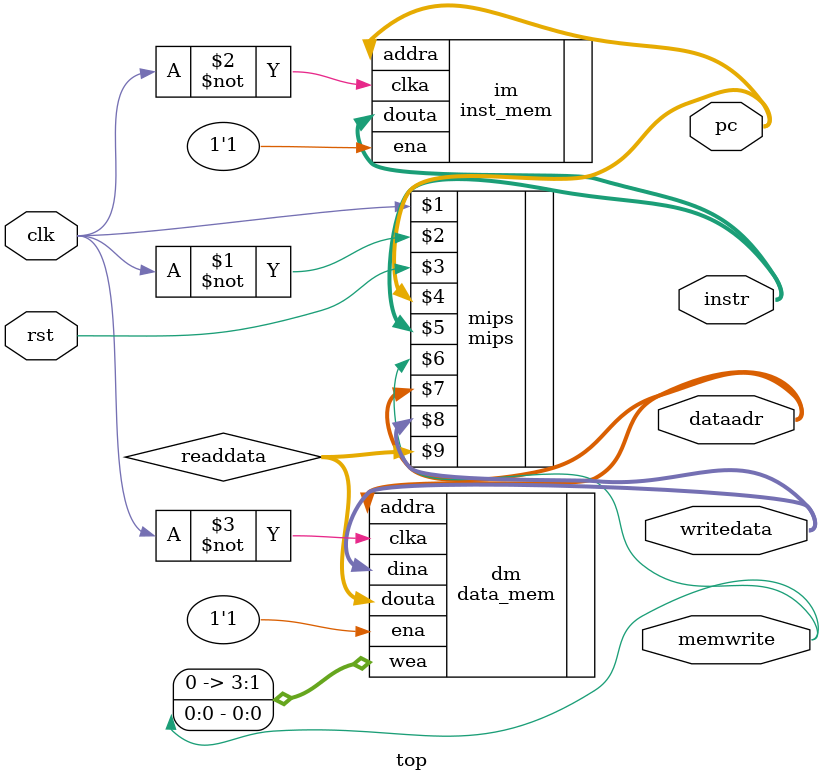
<source format=v>
`timescale 1ns / 1ps



module top(
	input clk,
	input rst,
	output[31:0] writedata,
	output[31:0]dataadr,
	output memwrite,
	output[31:0] pc,instr
    );
    
	wire[31:0] readdata;  
	      
	mips mips(
	clk,
	~clk,
	rst,
	pc,
	instr,
	memwrite,
	dataadr,
	writedata,
	readdata);
//	  .clka(clka),    // input wire clka
//  .ena(ena),      // input wire ena
//  .wea(wea),      // input wire [3 : 0] wea
//  .addra(addra),  // input wire [9 : 0] addra
//  .dina(dina),    // input wire [31 : 0] dina
//  .douta(douta)  // output wire [31 : 0] douta
	inst_mem im(
	.clka(~clk), //only delay half clk
	.addra(pc), 
	.ena(1'b1),
	.douta(instr)
	);
//	  .clka(clka),    // input wire clka
//  .ena(ena),      // input wire ena
//  .wea(wea),      // input wire [3 : 0] wea
//  .addra(addra),  // input wire [9 : 0] addra
//  .dina(dina),    // input wire [31 : 0] dina
//  .douta(douta)  // output wire [31 : 0] douta

	data_mem dm(
	.clka(~clk),
	.ena(1'b1),
	.wea({3'b000,memwrite}),
	.addra(dataadr),
	.dina(writedata),
	.douta(readdata)
	);
	
endmodule

</source>
